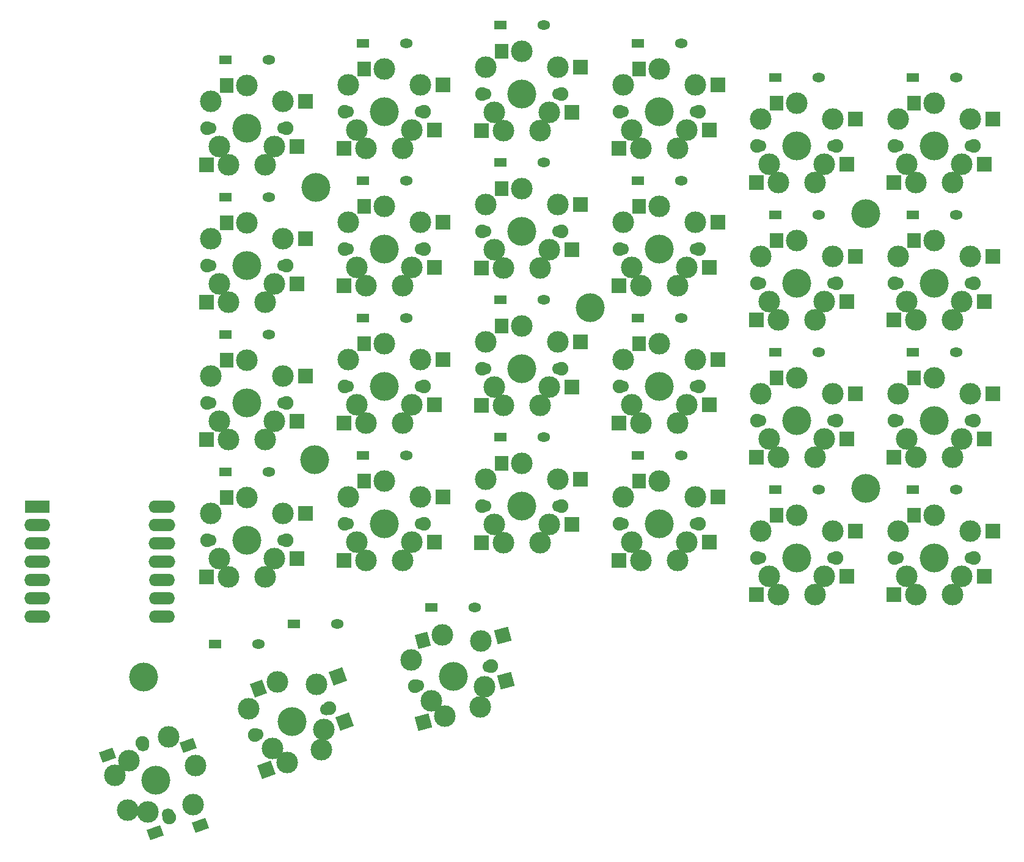
<source format=gbr>
%TF.GenerationSoftware,KiCad,Pcbnew,7.0.10*%
%TF.CreationDate,2024-03-21T20:23:52+01:00*%
%TF.ProjectId,duosync_right,64756f73-796e-4635-9f72-696768742e6b,rev?*%
%TF.SameCoordinates,Original*%
%TF.FileFunction,Soldermask,Bot*%
%TF.FilePolarity,Negative*%
%FSLAX46Y46*%
G04 Gerber Fmt 4.6, Leading zero omitted, Abs format (unit mm)*
G04 Created by KiCad (PCBNEW 7.0.10) date 2024-03-21 20:23:52*
%MOMM*%
%LPD*%
G01*
G04 APERTURE LIST*
G04 Aperture macros list*
%AMRotRect*
0 Rectangle, with rotation*
0 The origin of the aperture is its center*
0 $1 length*
0 $2 width*
0 $3 Rotation angle, in degrees counterclockwise*
0 Add horizontal line*
21,1,$1,$2,0,0,$3*%
G04 Aperture macros list end*
%ADD10C,1.900000*%
%ADD11C,1.700000*%
%ADD12C,3.000000*%
%ADD13C,4.000000*%
%ADD14R,2.000000X2.000000*%
%ADD15R,1.900000X2.000000*%
%ADD16R,1.778000X1.300000*%
%ADD17O,1.778000X1.300000*%
%ADD18R,3.500000X1.700000*%
%ADD19O,3.600000X1.700000*%
%ADD20O,3.700000X1.700000*%
%ADD21C,0.500000*%
%ADD22C,0.100000*%
%ADD23RotRect,1.500000X2.000000X110.000000*%
%ADD24RotRect,2.000000X2.000000X200.000000*%
%ADD25RotRect,1.800000X2.000000X200.000000*%
%ADD26RotRect,2.000000X2.000000X195.000000*%
%ADD27RotRect,1.800000X2.000000X195.000000*%
G04 APERTURE END LIST*
D10*
%TO.C,K42*%
X157118900Y-56890100D03*
D11*
X156698900Y-56890100D03*
D12*
X156618900Y-53190100D03*
X155428900Y-59430100D03*
X154158900Y-61970100D03*
D13*
X151618900Y-56890100D03*
D12*
X151618900Y-50990100D03*
X149078900Y-61970100D03*
X147808900Y-59430100D03*
X146618900Y-53190100D03*
D11*
X146538900Y-56890100D03*
D10*
X146118900Y-56890100D03*
D14*
X159718900Y-53190100D03*
X158518900Y-59430100D03*
D15*
X148818900Y-50990100D03*
D14*
X146018900Y-61970100D03*
%TD*%
D16*
%TO.C,D13*%
X205768900Y-73679100D03*
D17*
X211768900Y-73679100D03*
%TD*%
D10*
%TO.C,K54*%
X138069100Y-97466100D03*
D11*
X137649100Y-97466100D03*
D12*
X137569100Y-93766100D03*
X136379100Y-100006100D03*
X135109100Y-102546100D03*
D13*
X132569100Y-97466100D03*
D12*
X132569100Y-91566100D03*
X130029100Y-102546100D03*
X128759100Y-100006100D03*
X127569100Y-93766100D03*
D11*
X127489100Y-97466100D03*
D10*
X127069100Y-97466100D03*
D14*
X140669100Y-93766100D03*
X139469100Y-100006100D03*
D15*
X129769100Y-91566100D03*
D14*
X126969100Y-102546100D03*
%TD*%
D16*
%TO.C,D31*%
X167668900Y-30816100D03*
D17*
X173668900Y-30816100D03*
%TD*%
D10*
%TO.C,K41*%
X157118900Y-37840100D03*
D11*
X156698900Y-37840100D03*
D12*
X156618900Y-34140100D03*
X155428900Y-40380100D03*
X154158900Y-42920100D03*
D13*
X151618900Y-37840100D03*
D12*
X151618900Y-31940100D03*
X149078900Y-42920100D03*
X147808900Y-40380100D03*
X146618900Y-34140100D03*
D11*
X146538900Y-37840100D03*
D10*
X146118900Y-37840100D03*
D14*
X159718900Y-34140100D03*
X158518900Y-40380100D03*
D15*
X148818900Y-31940100D03*
D14*
X146018900Y-42920100D03*
%TD*%
D16*
%TO.C,D55*%
X120043900Y-111398100D03*
D17*
X126043900Y-111398100D03*
%TD*%
D18*
%TO.C,U1*%
X84476100Y-95100000D03*
D19*
X84476100Y-97640000D03*
X84476100Y-100180000D03*
X84476100Y-102720000D03*
X84476100Y-105260000D03*
X84476100Y-107800000D03*
X84476100Y-110340000D03*
X101726100Y-110340000D03*
X101726100Y-107800000D03*
X101726100Y-105260000D03*
D20*
X101726100Y-102720000D03*
X101726100Y-100180000D03*
X101726100Y-97640000D03*
X101726100Y-95100000D03*
%TD*%
D10*
%TO.C,K34*%
X176168900Y-97466100D03*
D11*
X175748900Y-97466100D03*
D12*
X175668900Y-93766100D03*
X174478900Y-100006100D03*
X173208900Y-102546100D03*
D13*
X170668900Y-97466100D03*
D12*
X170668900Y-91566100D03*
X168128900Y-102546100D03*
X166858900Y-100006100D03*
X165668900Y-93766100D03*
D11*
X165588900Y-97466100D03*
D10*
X165168900Y-97466100D03*
D14*
X178768900Y-93766100D03*
X177568900Y-100006100D03*
D15*
X167868900Y-91566100D03*
D14*
X165068900Y-102546100D03*
%TD*%
D10*
%TO.C,K14*%
X214268900Y-102229100D03*
D11*
X213848900Y-102229100D03*
D12*
X213768900Y-98529100D03*
X212578900Y-104769100D03*
X211308900Y-107309100D03*
D13*
X208768900Y-102229100D03*
D12*
X208768900Y-96329100D03*
X206228900Y-107309100D03*
X204958900Y-104769100D03*
X203768900Y-98529100D03*
D11*
X203688900Y-102229100D03*
D10*
X203268900Y-102229100D03*
D14*
X216868900Y-98529100D03*
X215668900Y-104769100D03*
D15*
X205968900Y-96329100D03*
D14*
X203168900Y-107309100D03*
%TD*%
D16*
%TO.C,D33*%
X167668900Y-68916100D03*
D17*
X173668900Y-68916100D03*
%TD*%
D10*
%TO.C,K51*%
X138069100Y-40316100D03*
D11*
X137649100Y-40316100D03*
D12*
X137569100Y-36616100D03*
X136379100Y-42856100D03*
X135109100Y-45396100D03*
D13*
X132569100Y-40316100D03*
D12*
X132569100Y-34416100D03*
X130029100Y-45396100D03*
X128759100Y-42856100D03*
X127569100Y-36616100D03*
D11*
X127489100Y-40316100D03*
D10*
X127069100Y-40316100D03*
D14*
X140669100Y-36616100D03*
X139469100Y-42856100D03*
D15*
X129769100Y-34416100D03*
D14*
X126969100Y-45396100D03*
%TD*%
D16*
%TO.C,D34*%
X167668900Y-87966100D03*
D17*
X173668900Y-87966100D03*
%TD*%
D16*
%TO.C,D65*%
X109082200Y-114136100D03*
D17*
X115082200Y-114136100D03*
%TD*%
D10*
%TO.C,K24*%
X195218900Y-102229100D03*
D11*
X194798900Y-102229100D03*
D12*
X194718900Y-98529100D03*
X193528900Y-104769100D03*
X192258900Y-107309100D03*
D13*
X189718900Y-102229100D03*
D12*
X189718900Y-96329100D03*
X187178900Y-107309100D03*
X185908900Y-104769100D03*
X184718900Y-98529100D03*
D11*
X184638900Y-102229100D03*
D10*
X184218900Y-102229100D03*
D14*
X197818900Y-98529100D03*
X196618900Y-104769100D03*
D15*
X186918900Y-96329100D03*
D14*
X184118900Y-107309100D03*
%TD*%
D16*
%TO.C,D52*%
X129569100Y-49866100D03*
D17*
X135569100Y-49866100D03*
%TD*%
D10*
%TO.C,K44*%
X157118900Y-94990100D03*
D11*
X156698900Y-94990100D03*
D12*
X156618900Y-91290100D03*
X155428900Y-97530100D03*
X154158900Y-100070100D03*
D13*
X151618900Y-94990100D03*
D12*
X151618900Y-89090100D03*
X149078900Y-100070100D03*
X147808900Y-97530100D03*
X146618900Y-91290100D03*
D11*
X146538900Y-94990100D03*
D10*
X146118900Y-94990100D03*
D14*
X159718900Y-91290100D03*
X158518900Y-97530100D03*
D15*
X148818900Y-89090100D03*
D14*
X146018900Y-100070100D03*
%TD*%
D16*
%TO.C,D51*%
X129569100Y-30816100D03*
D17*
X135569100Y-30816100D03*
%TD*%
D10*
%TO.C,K52*%
X138069100Y-59366100D03*
D11*
X137649100Y-59366100D03*
D12*
X137569100Y-55666100D03*
X136379100Y-61906100D03*
X135109100Y-64446100D03*
D13*
X132569100Y-59366100D03*
D12*
X132569100Y-53466100D03*
X130029100Y-64446100D03*
X128759100Y-61906100D03*
X127569100Y-55666100D03*
D11*
X127489100Y-59366100D03*
D10*
X127069100Y-59366100D03*
D14*
X140669100Y-55666100D03*
X139469100Y-61906100D03*
D15*
X129769100Y-53466100D03*
D14*
X126969100Y-64446100D03*
%TD*%
D10*
%TO.C,K21*%
X195218900Y-45079100D03*
D11*
X194798900Y-45079100D03*
D12*
X194718900Y-41379100D03*
X193528900Y-47619100D03*
X192258900Y-50159100D03*
D13*
X189718900Y-45079100D03*
D12*
X189718900Y-39179100D03*
X187178900Y-50159100D03*
X185908900Y-47619100D03*
X184718900Y-41379100D03*
D11*
X184638900Y-45079100D03*
D10*
X184218900Y-45079100D03*
D14*
X197818900Y-41379100D03*
X196618900Y-47619100D03*
D15*
X186918900Y-39179100D03*
D14*
X184118900Y-50159100D03*
%TD*%
D10*
%TO.C,K61*%
X119018900Y-42602100D03*
D11*
X118598900Y-42602100D03*
D12*
X118518900Y-38902100D03*
X117328900Y-45142100D03*
X116058900Y-47682100D03*
D13*
X113518900Y-42602100D03*
D12*
X113518900Y-36702100D03*
X110978900Y-47682100D03*
X109708900Y-45142100D03*
X108518900Y-38902100D03*
D11*
X108438900Y-42602100D03*
D10*
X108018900Y-42602100D03*
D14*
X121618900Y-38902100D03*
X120418900Y-45142100D03*
D15*
X110718900Y-36702100D03*
D14*
X107918900Y-47682100D03*
%TD*%
D10*
%TO.C,K11*%
X214268900Y-45079100D03*
D11*
X213848900Y-45079100D03*
D12*
X213768900Y-41379100D03*
X212578900Y-47619100D03*
X211308900Y-50159100D03*
D13*
X208768900Y-45079100D03*
D12*
X208768900Y-39179100D03*
X206228900Y-50159100D03*
X204958900Y-47619100D03*
X203768900Y-41379100D03*
D11*
X203688900Y-45079100D03*
D10*
X203268900Y-45079100D03*
D14*
X216868900Y-41379100D03*
X215668900Y-47619100D03*
D15*
X205968900Y-39179100D03*
D14*
X203168900Y-50159100D03*
%TD*%
D10*
%TO.C,K13*%
X214268900Y-83179100D03*
D11*
X213848900Y-83179100D03*
D12*
X213768900Y-79479100D03*
X212578900Y-85719100D03*
X211308900Y-88259100D03*
D13*
X208768900Y-83179100D03*
D12*
X208768900Y-77279100D03*
X206228900Y-88259100D03*
X204958900Y-85719100D03*
X203768900Y-79479100D03*
D11*
X203688900Y-83179100D03*
D10*
X203268900Y-83179100D03*
D14*
X216868900Y-79479100D03*
X215668900Y-85719100D03*
D15*
X205968900Y-77279100D03*
D14*
X203168900Y-88259100D03*
%TD*%
D10*
%TO.C,K33*%
X176168900Y-78416100D03*
D11*
X175748900Y-78416100D03*
D12*
X175668900Y-74716100D03*
X174478900Y-80956100D03*
X173208900Y-83496100D03*
D13*
X170668900Y-78416100D03*
D12*
X170668900Y-72516100D03*
X168128900Y-83496100D03*
X166858900Y-80956100D03*
X165668900Y-74716100D03*
D11*
X165588900Y-78416100D03*
D10*
X165168900Y-78416100D03*
D14*
X178768900Y-74716100D03*
X177568900Y-80956100D03*
D15*
X167868900Y-72516100D03*
D14*
X165068900Y-83496100D03*
%TD*%
D10*
%TO.C,K32*%
X176168900Y-59366100D03*
D11*
X175748900Y-59366100D03*
D12*
X175668900Y-55666100D03*
X174478900Y-61906100D03*
X173208900Y-64446100D03*
D13*
X170668900Y-59366100D03*
D12*
X170668900Y-53466100D03*
X168128900Y-64446100D03*
X166858900Y-61906100D03*
X165668900Y-55666100D03*
D11*
X165588900Y-59366100D03*
D10*
X165168900Y-59366100D03*
D14*
X178768900Y-55666100D03*
X177568900Y-61906100D03*
D15*
X167868900Y-53466100D03*
D14*
X165068900Y-64446100D03*
%TD*%
D10*
%TO.C,K43*%
X157118900Y-75940100D03*
D11*
X156698900Y-75940100D03*
D12*
X156618900Y-72240100D03*
X155428900Y-78480100D03*
X154158900Y-81020100D03*
D13*
X151618900Y-75940100D03*
D12*
X151618900Y-70040100D03*
X149078900Y-81020100D03*
X147808900Y-78480100D03*
X146618900Y-72240100D03*
D11*
X146538900Y-75940100D03*
D10*
X146118900Y-75940100D03*
D14*
X159718900Y-72240100D03*
X158518900Y-78480100D03*
D15*
X148818900Y-70040100D03*
D14*
X146018900Y-81020100D03*
%TD*%
D10*
%TO.C,K23*%
X195218900Y-83179100D03*
D11*
X194798900Y-83179100D03*
D12*
X194718900Y-79479100D03*
X193528900Y-85719100D03*
X192258900Y-88259100D03*
D13*
X189718900Y-83179100D03*
D12*
X189718900Y-77279100D03*
X187178900Y-88259100D03*
X185908900Y-85719100D03*
X184718900Y-79479100D03*
D11*
X184638900Y-83179100D03*
D10*
X184218900Y-83179100D03*
D14*
X197818900Y-79479100D03*
X196618900Y-85719100D03*
D15*
X186918900Y-77279100D03*
D14*
X184118900Y-88259100D03*
%TD*%
D16*
%TO.C,D42*%
X148618900Y-47390100D03*
D17*
X154618900Y-47390100D03*
%TD*%
D16*
%TO.C,D54*%
X129569100Y-87966100D03*
D17*
X135569100Y-87966100D03*
%TD*%
D16*
%TO.C,D61*%
X110518900Y-33102100D03*
D17*
X116518900Y-33102100D03*
%TD*%
D10*
%TO.C,K22*%
X195218900Y-64129100D03*
D11*
X194798900Y-64129100D03*
D12*
X194718900Y-60429100D03*
X193528900Y-66669100D03*
X192258900Y-69209100D03*
D13*
X189718900Y-64129100D03*
D12*
X189718900Y-58229100D03*
X187178900Y-69209100D03*
X185908900Y-66669100D03*
X184718900Y-60429100D03*
D11*
X184638900Y-64129100D03*
D10*
X184218900Y-64129100D03*
D14*
X197818900Y-60429100D03*
X196618900Y-66669100D03*
D15*
X186918900Y-58229100D03*
D14*
X184118900Y-69209100D03*
%TD*%
D16*
%TO.C,D32*%
X167668900Y-49866100D03*
D17*
X173668900Y-49866100D03*
%TD*%
D16*
%TO.C,D14*%
X205768900Y-92729100D03*
D17*
X211768900Y-92729100D03*
%TD*%
D16*
%TO.C,D22*%
X186718900Y-54629100D03*
D17*
X192718900Y-54629100D03*
%TD*%
D16*
%TO.C,D44*%
X148618900Y-85490100D03*
D17*
X154618900Y-85490100D03*
%TD*%
D10*
%TO.C,K53*%
X138069100Y-78416100D03*
D11*
X137649100Y-78416100D03*
D12*
X137569100Y-74716100D03*
X136379100Y-80956100D03*
X135109100Y-83496100D03*
D13*
X132569100Y-78416100D03*
D12*
X132569100Y-72516100D03*
X130029100Y-83496100D03*
X128759100Y-80956100D03*
X127569100Y-74716100D03*
D11*
X127489100Y-78416100D03*
D10*
X127069100Y-78416100D03*
D14*
X140669100Y-74716100D03*
X139469100Y-80956100D03*
D15*
X129769100Y-72516100D03*
D14*
X126969100Y-83496100D03*
%TD*%
D16*
%TO.C,D23*%
X186718900Y-73679100D03*
D17*
X192718900Y-73679100D03*
%TD*%
D16*
%TO.C,D63*%
X110518900Y-71202100D03*
D17*
X116518900Y-71202100D03*
%TD*%
D10*
%TO.C,K31*%
X176168900Y-40316100D03*
D11*
X175748900Y-40316100D03*
D12*
X175668900Y-36616100D03*
X174478900Y-42856100D03*
X173208900Y-45396100D03*
D13*
X170668900Y-40316100D03*
D12*
X170668900Y-34416100D03*
X168128900Y-45396100D03*
X166858900Y-42856100D03*
X165668900Y-36616100D03*
D11*
X165588900Y-40316100D03*
D10*
X165168900Y-40316100D03*
D14*
X178768900Y-36616100D03*
X177568900Y-42856100D03*
D15*
X167868900Y-34416100D03*
D14*
X165068900Y-45396100D03*
%TD*%
D16*
%TO.C,D41*%
X148618900Y-28340100D03*
D17*
X154618900Y-28340100D03*
%TD*%
D10*
%TO.C,K12*%
X214268900Y-64129100D03*
D11*
X213848900Y-64129100D03*
D12*
X213768900Y-60429100D03*
X212578900Y-66669100D03*
X211308900Y-69209100D03*
D13*
X208768900Y-64129100D03*
D12*
X208768900Y-58229100D03*
X206228900Y-69209100D03*
X204958900Y-66669100D03*
X203768900Y-60429100D03*
D11*
X203688900Y-64129100D03*
D10*
X203268900Y-64129100D03*
D14*
X216868900Y-60429100D03*
X215668900Y-66669100D03*
D15*
X205968900Y-58229100D03*
D14*
X203168900Y-69209100D03*
%TD*%
D16*
%TO.C,D53*%
X129569100Y-68916100D03*
D17*
X135569100Y-68916100D03*
%TD*%
D16*
%TO.C,D24*%
X186718900Y-92729100D03*
D17*
X192718900Y-92729100D03*
%TD*%
D10*
%TO.C,K64*%
X119018900Y-99752100D03*
D11*
X118598900Y-99752100D03*
D12*
X118518900Y-96052100D03*
X117328900Y-102292100D03*
X116058900Y-104832100D03*
D13*
X113518900Y-99752100D03*
D12*
X113518900Y-93852100D03*
X110978900Y-104832100D03*
X109708900Y-102292100D03*
X108518900Y-96052100D03*
D11*
X108438900Y-99752100D03*
D10*
X108018900Y-99752100D03*
D14*
X121618900Y-96052100D03*
X120418900Y-102292100D03*
D15*
X110718900Y-93852100D03*
D14*
X107918900Y-104832100D03*
%TD*%
D16*
%TO.C,D21*%
X186718900Y-35579100D03*
D17*
X192718900Y-35579100D03*
%TD*%
D10*
%TO.C,K63*%
X119018900Y-80702100D03*
D11*
X118598900Y-80702100D03*
D12*
X118518900Y-77002100D03*
X117328900Y-83242100D03*
X116058900Y-85782100D03*
D13*
X113518900Y-80702100D03*
D12*
X113518900Y-74802100D03*
X110978900Y-85782100D03*
X109708900Y-83242100D03*
X108518900Y-77002100D03*
D11*
X108438900Y-80702100D03*
D10*
X108018900Y-80702100D03*
D14*
X121618900Y-77002100D03*
X120418900Y-83242100D03*
D15*
X110718900Y-74802100D03*
D14*
X107918900Y-85782100D03*
%TD*%
D16*
%TO.C,D43*%
X148618900Y-66440100D03*
D17*
X154618900Y-66440100D03*
%TD*%
D16*
%TO.C,D11*%
X205768900Y-35579100D03*
D17*
X211768900Y-35579100D03*
%TD*%
D16*
%TO.C,D64*%
X110518900Y-90252100D03*
D17*
X116518900Y-90252100D03*
%TD*%
D16*
%TO.C,D62*%
X110518900Y-52152100D03*
D17*
X116518900Y-52152100D03*
%TD*%
D10*
%TO.C,K62*%
X119018900Y-61652100D03*
D11*
X118598900Y-61652100D03*
D12*
X118518900Y-57952100D03*
X117328900Y-64192100D03*
X116058900Y-66732100D03*
D13*
X113518900Y-61652100D03*
D12*
X113518900Y-55752100D03*
X110978900Y-66732100D03*
X109708900Y-64192100D03*
X108518900Y-57952100D03*
D11*
X108438900Y-61652100D03*
D10*
X108018900Y-61652100D03*
D14*
X121618900Y-57952100D03*
X120418900Y-64192100D03*
D15*
X110718900Y-55752100D03*
D14*
X107918900Y-66732100D03*
%TD*%
D16*
%TO.C,D12*%
X205768900Y-54629100D03*
D17*
X211768900Y-54629100D03*
%TD*%
D16*
%TO.C,D45*%
X139093900Y-109112100D03*
D17*
X145093900Y-109112100D03*
%TD*%
D21*
%TO.C,s5*%
X200776100Y-92600000D03*
X200336100Y-93660000D03*
X200336100Y-91540000D03*
X199276100Y-94100000D03*
D13*
X199276100Y-92600000D03*
D21*
X199276100Y-91100000D03*
X198216100Y-93660000D03*
X198216100Y-91540000D03*
X197776100Y-92600000D03*
%TD*%
%TO.C,s1*%
X124576100Y-50800000D03*
X124136100Y-51860000D03*
X124136100Y-49740000D03*
X123076100Y-52300000D03*
D13*
X123076100Y-50800000D03*
D21*
X123076100Y-49300000D03*
X122016100Y-51860000D03*
X122016100Y-49740000D03*
X121576100Y-50800000D03*
%TD*%
D12*
%TO.C,K65*%
X95239830Y-132386743D03*
X96977293Y-137160382D03*
D22*
X97149566Y-130324188D03*
X99766020Y-137512836D03*
D12*
X99798477Y-137485060D03*
X99798477Y-137485060D03*
X97192284Y-130324602D03*
D10*
X99001089Y-127867791D03*
D11*
X99144738Y-128262461D03*
D13*
X100882200Y-133036100D03*
D11*
X102619662Y-137809739D03*
D10*
X102763311Y-138204409D03*
D12*
X102648962Y-127072162D03*
X106069163Y-136469089D03*
X106426386Y-131018181D03*
D23*
X94227451Y-129605253D03*
X107095224Y-139288166D03*
X100821117Y-140294741D03*
X105400326Y-128199103D03*
%TD*%
D21*
%TO.C,s4*%
X200776100Y-54500000D03*
X200336100Y-55560000D03*
X200336100Y-53440000D03*
X199276100Y-56000000D03*
D13*
X199276100Y-54500000D03*
D21*
X199276100Y-53000000D03*
X198216100Y-55560000D03*
X198216100Y-53440000D03*
X197776100Y-54500000D03*
%TD*%
%TO.C,s6*%
X100676100Y-118700000D03*
X100236100Y-119760000D03*
X100236100Y-117640000D03*
X99176100Y-120200000D03*
D13*
X99176100Y-118700000D03*
D21*
X99176100Y-117200000D03*
X98116100Y-119760000D03*
X98116100Y-117640000D03*
X97676100Y-118700000D03*
%TD*%
D10*
%TO.C,K55*%
X114560391Y-126808011D03*
D11*
X114955061Y-126664362D03*
D12*
X113764762Y-123160138D03*
X117017202Y-128616816D03*
X119079343Y-130569270D03*
X117710781Y-119382714D03*
D13*
X119728700Y-124926900D03*
D12*
X123852982Y-128831807D03*
X124177660Y-126010623D03*
X123161689Y-119739937D03*
D11*
X124502339Y-123189438D03*
D10*
X124897009Y-123045789D03*
D24*
X116203884Y-131615851D03*
X126074736Y-118679674D03*
D25*
X115079642Y-120340370D03*
D24*
X127081310Y-124953780D03*
%TD*%
D21*
%TO.C,s3*%
X162576100Y-67500000D03*
X162136100Y-68560000D03*
X162136100Y-66440000D03*
X161076100Y-69000000D03*
D13*
X161076100Y-67500000D03*
D21*
X161076100Y-66000000D03*
X160016100Y-68560000D03*
X160016100Y-66440000D03*
X159576100Y-67500000D03*
%TD*%
%TO.C,s2*%
X124376100Y-88600000D03*
X123936100Y-89660000D03*
X123936100Y-87540000D03*
X122876100Y-90100000D03*
D13*
X122876100Y-88600000D03*
D21*
X122876100Y-87100000D03*
X121816100Y-89660000D03*
X121816100Y-87540000D03*
X121376100Y-88600000D03*
%TD*%
D10*
%TO.C,K45*%
X136781308Y-120035605D03*
D11*
X137186997Y-119926901D03*
D12*
X136306640Y-116332270D03*
X139071123Y-122051652D03*
X140955249Y-124176404D03*
X140566868Y-112913138D03*
D13*
X142093900Y-118612100D03*
D12*
X145862152Y-122861603D03*
X146431478Y-120079451D03*
X145965899Y-113744079D03*
D11*
X147000803Y-117297299D03*
D10*
X147406492Y-117188595D03*
D26*
X137999516Y-124968390D03*
X148960269Y-112941740D03*
D27*
X137862275Y-113637831D03*
D26*
X149416189Y-119279700D03*
%TD*%
M02*

</source>
